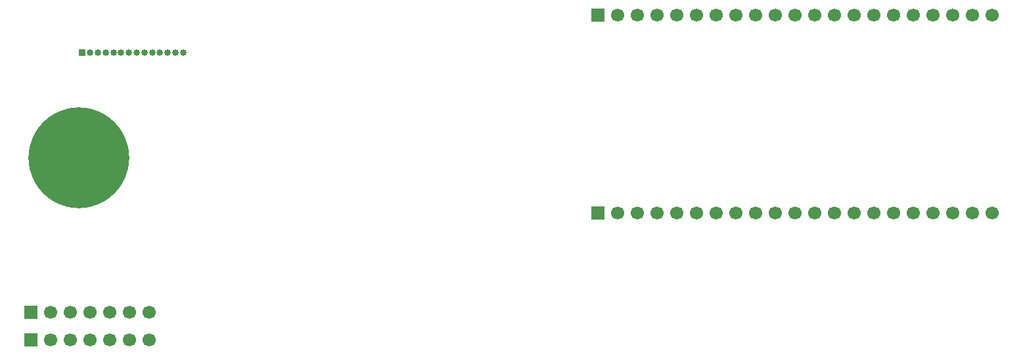
<source format=gbr>
%TF.GenerationSoftware,KiCad,Pcbnew,9.0.7*%
%TF.CreationDate,2026-01-30T17:59:14-03:00*%
%TF.ProjectId,pcb_geral,7063625f-6765-4726-916c-2e6b69636164,rev?*%
%TF.SameCoordinates,Original*%
%TF.FileFunction,Soldermask,Bot*%
%TF.FilePolarity,Negative*%
%FSLAX46Y46*%
G04 Gerber Fmt 4.6, Leading zero omitted, Abs format (unit mm)*
G04 Created by KiCad (PCBNEW 9.0.7) date 2026-01-30 17:59:14*
%MOMM*%
%LPD*%
G01*
G04 APERTURE LIST*
%ADD10R,1.700000X1.700000*%
%ADD11C,1.700000*%
%ADD12C,13.000000*%
%ADD13R,0.850000X0.850000*%
%ADD14C,0.850000*%
G04 APERTURE END LIST*
D10*
%TO.C,ESP32PinSocket_2*%
X157720000Y-109750000D03*
D11*
X160260000Y-109750000D03*
X162800000Y-109750000D03*
X165340000Y-109750000D03*
X167880000Y-109750000D03*
X170420000Y-109750000D03*
X172960000Y-109750000D03*
X175500000Y-109750000D03*
X178040000Y-109750000D03*
X180580000Y-109750000D03*
X183120000Y-109750000D03*
X185660000Y-109750000D03*
X188200000Y-109750000D03*
X190740000Y-109750000D03*
X193280000Y-109750000D03*
X195820000Y-109750000D03*
X198360000Y-109750000D03*
X200900000Y-109750000D03*
X203440000Y-109750000D03*
X205980000Y-109750000D03*
X208520000Y-109750000D03*
%TD*%
D10*
%TO.C,KeyboardSocket_2*%
X84630000Y-126120000D03*
D11*
X87170000Y-126120000D03*
X89710000Y-126120000D03*
X92250000Y-126120000D03*
X94790000Y-126120000D03*
X97330000Y-126120000D03*
X99870000Y-126120000D03*
%TD*%
D12*
%TO.C,REF\u002A\u002A*%
X90800000Y-102690000D03*
%TD*%
D13*
%TO.C,FlatCable_Header*%
X91250000Y-89100000D03*
D14*
X92250000Y-89100000D03*
X93250000Y-89100000D03*
X94250000Y-89100000D03*
X95250000Y-89100000D03*
X96250000Y-89100000D03*
X97250000Y-89100000D03*
X98250000Y-89100000D03*
X99250000Y-89100000D03*
X100250000Y-89100000D03*
X101250000Y-89100000D03*
X102250000Y-89100000D03*
X103250000Y-89100000D03*
X104250000Y-89100000D03*
%TD*%
D10*
%TO.C,ESP32PinSocket_1*%
X157670000Y-84250000D03*
D11*
X160210000Y-84250000D03*
X162750000Y-84250000D03*
X165290000Y-84250000D03*
X167830000Y-84250000D03*
X170370000Y-84250000D03*
X172910000Y-84250000D03*
X175450000Y-84250000D03*
X177990000Y-84250000D03*
X180530000Y-84250000D03*
X183070000Y-84250000D03*
X185610000Y-84250000D03*
X188150000Y-84250000D03*
X190690000Y-84250000D03*
X193230000Y-84250000D03*
X195770000Y-84250000D03*
X198310000Y-84250000D03*
X200850000Y-84250000D03*
X203390000Y-84250000D03*
X205930000Y-84250000D03*
X208470000Y-84250000D03*
%TD*%
D10*
%TO.C,KeyboardSocket_1*%
X84650000Y-122550000D03*
D11*
X87190000Y-122550000D03*
X89730000Y-122550000D03*
X92270000Y-122550000D03*
X94810000Y-122550000D03*
X97350000Y-122550000D03*
X99890000Y-122550000D03*
%TD*%
M02*

</source>
